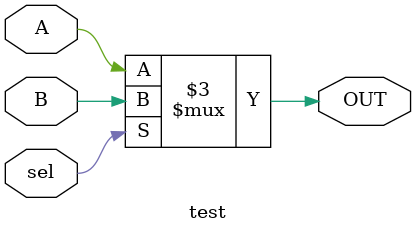
<source format=v>
module test (A,B,sel,OUT);
input A,B,sel;
output  reg OUT;
always@(*)begin
    if(sel) begin
        OUT = B;
    end    
    else begin
        OUT = A;
    end
end

    
endmodule
</source>
